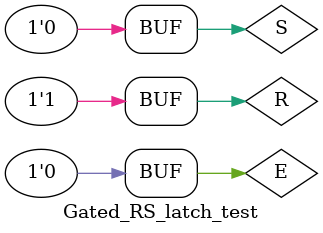
<source format=v>
`timescale 1ns / 1ps


module Gated_RS_latch_test;

	// Inputs
	reg R;
	reg S;
	reg E;
	reg Q_L;

	// Outputs
	wire Q_H;

	// Instantiate the Unit Under Test (UUT)
	Gated_RS_latch uut (
		.R(R), 
		.S(S), 
		.E(E), 
		.Q_L(Q_L), 
		.Q_H(Q_H)
	);

	initial begin
		R = 0; S = 0; E = 1; Q_L = Q_H; #100;
		R = 0; S = 1; E = 1; Q_L = Q_H; #100;
		R = 1; S = 0; E = 1; Q_L = Q_H; #100;
		R = 0; S = 0; E = 0; Q_L = Q_H; #100;
		R = 0; S = 1; E = 0; Q_L = Q_H; #100;
		R = 1; S = 0; E = 0; Q_L = Q_H; #100;
	end
      
endmodule


</source>
